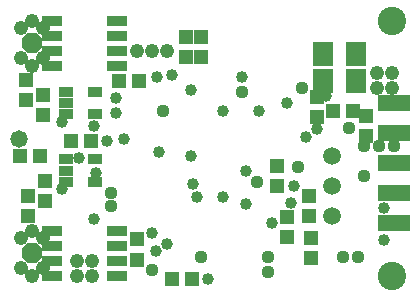
<source format=gbs>
G75*
%MOIN*%
%OFA0B0*%
%FSLAX25Y25*%
%IPPOS*%
%LPD*%
%AMOC8*
5,1,8,0,0,1.08239X$1,22.5*
%
%ADD10C,0.09461*%
%ADD11R,0.07099X0.07887*%
%ADD12R,0.04737X0.05131*%
%ADD13R,0.05131X0.04737*%
%ADD14R,0.10800X0.05800*%
%ADD15OC8,0.06800*%
%ADD16R,0.06800X0.03200*%
%ADD17C,0.05950*%
%ADD18R,0.04737X0.03556*%
%ADD19C,0.05800*%
%ADD20C,0.04369*%
%ADD21C,0.03975*%
%ADD22C,0.04762*%
D10*
X0139000Y0033997D03*
X0139000Y0118997D03*
D11*
X0127012Y0107747D03*
X0127012Y0098997D03*
X0115988Y0098997D03*
X0115988Y0107747D03*
D12*
X0119404Y0088997D03*
X0126096Y0088997D03*
X0130250Y0087343D03*
X0130250Y0080650D03*
X0111500Y0060468D03*
X0111500Y0053775D03*
X0112125Y0046718D03*
X0112125Y0040025D03*
X0104000Y0046900D03*
X0104000Y0053593D03*
X0100875Y0063775D03*
X0100875Y0070468D03*
X0072346Y0032747D03*
X0065654Y0032747D03*
X0054846Y0098997D03*
X0048154Y0098997D03*
D13*
X0038596Y0078997D03*
X0031904Y0078997D03*
X0021721Y0073997D03*
X0015029Y0073997D03*
X0023375Y0065468D03*
X0023375Y0058775D03*
X0017750Y0060468D03*
X0017750Y0053775D03*
X0022750Y0087525D03*
X0017125Y0092525D03*
X0022750Y0094218D03*
X0017125Y0099218D03*
X0070250Y0106900D03*
X0075250Y0106900D03*
X0075250Y0113593D03*
X0070250Y0113593D03*
X0114000Y0093593D03*
X0114000Y0086900D03*
X0054000Y0046093D03*
X0054000Y0039400D03*
D14*
X0139625Y0051497D03*
X0139625Y0061497D03*
X0139625Y0071497D03*
X0139625Y0081497D03*
X0139625Y0091497D03*
D15*
X0019000Y0111497D03*
X0019000Y0041497D03*
D16*
X0025700Y0043997D03*
X0025700Y0048997D03*
X0025700Y0038997D03*
X0025700Y0033997D03*
X0047300Y0033997D03*
X0047300Y0038997D03*
X0047300Y0043997D03*
X0047300Y0048997D03*
X0047300Y0103997D03*
X0047300Y0108997D03*
X0047300Y0113997D03*
X0047300Y0118997D03*
X0025700Y0118997D03*
X0025700Y0113997D03*
X0025700Y0108997D03*
X0025700Y0103997D03*
D17*
X0119000Y0073997D03*
X0119000Y0063997D03*
X0119000Y0053997D03*
D18*
X0039974Y0065257D03*
X0039974Y0072737D03*
X0030526Y0072737D03*
X0030526Y0068997D03*
X0030526Y0065257D03*
X0030526Y0087757D03*
X0030526Y0091497D03*
X0030526Y0095237D03*
X0039974Y0095237D03*
X0039974Y0087757D03*
D19*
X0014625Y0079622D03*
D20*
X0045250Y0061497D03*
X0045250Y0057122D03*
X0059000Y0035872D03*
X0075250Y0040247D03*
X0097750Y0040247D03*
X0097750Y0035247D03*
X0122750Y0040247D03*
X0127750Y0040247D03*
X0129625Y0067122D03*
X0129625Y0077122D03*
X0134625Y0077122D03*
X0139625Y0077122D03*
X0124625Y0083372D03*
X0109000Y0096497D03*
X0089000Y0095247D03*
X0062750Y0088997D03*
X0094000Y0065247D03*
X0107750Y0070247D03*
D21*
X0106500Y0063997D03*
X0105250Y0058372D03*
X0099000Y0051497D03*
X0090250Y0057747D03*
X0082750Y0060247D03*
X0090250Y0068997D03*
X0074000Y0060247D03*
X0072750Y0064622D03*
X0072125Y0073997D03*
X0061500Y0075247D03*
X0049625Y0079622D03*
X0044000Y0078997D03*
X0039625Y0083997D03*
X0047125Y0088372D03*
X0047125Y0093372D03*
X0060875Y0100247D03*
X0065875Y0100872D03*
X0072125Y0095872D03*
X0082750Y0088997D03*
X0094625Y0088997D03*
X0104000Y0091497D03*
X0110250Y0080247D03*
X0114000Y0082747D03*
X0117125Y0093997D03*
X0089000Y0100247D03*
X0136500Y0056497D03*
X0136500Y0045872D03*
X0077750Y0032747D03*
X0064000Y0044622D03*
X0060250Y0042122D03*
X0059000Y0048372D03*
X0039625Y0052747D03*
X0029000Y0062747D03*
X0034625Y0073372D03*
X0040250Y0068372D03*
X0029000Y0085247D03*
D22*
X0019000Y0033997D03*
X0022750Y0036497D03*
X0015250Y0036497D03*
X0015250Y0046497D03*
X0019000Y0048997D03*
X0022750Y0046497D03*
X0034000Y0038997D03*
X0039000Y0038997D03*
X0039000Y0033997D03*
X0034000Y0033997D03*
X0019000Y0103997D03*
X0022750Y0106497D03*
X0015250Y0106497D03*
X0015250Y0116497D03*
X0019000Y0118997D03*
X0022750Y0116497D03*
X0054000Y0108997D03*
X0059000Y0108997D03*
X0064000Y0108997D03*
X0134000Y0101497D03*
X0139000Y0101497D03*
X0139000Y0096497D03*
X0134000Y0096497D03*
M02*

</source>
